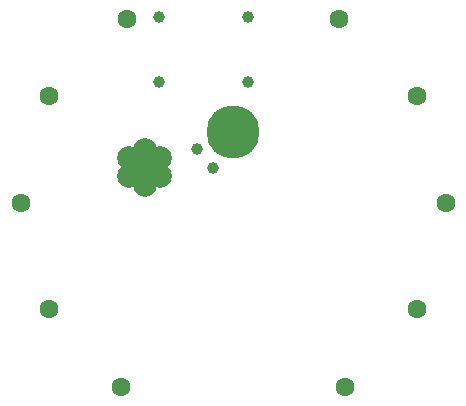
<source format=gts>
%TF.GenerationSoftware,KiCad,Pcbnew,8.0.7*%
%TF.CreationDate,2024-12-04T21:31:05-06:00*%
%TF.ProjectId,b2,62322e6b-6963-4616-945f-706362585858,rev?*%
%TF.SameCoordinates,Original*%
%TF.FileFunction,Soldermask,Top*%
%TF.FilePolarity,Negative*%
%FSLAX46Y46*%
G04 Gerber Fmt 4.6, Leading zero omitted, Abs format (unit mm)*
G04 Created by KiCad (PCBNEW 8.0.7) date 2024-12-04 21:31:05*
%MOMM*%
%LPD*%
G01*
G04 APERTURE LIST*
%ADD10C,4.500000*%
%ADD11C,1.000000*%
%ADD12C,1.600000*%
%ADD13C,2.000000*%
G04 APERTURE END LIST*
D10*
%TO.C,T1*%
X100000000Y-44000000D03*
%TD*%
D11*
%TO.C,T21*%
X93750000Y-34250000D03*
%TD*%
D12*
%TO.C,T18*%
X90500000Y-65588457D03*
%TD*%
%TO.C,T16*%
X109500000Y-65588457D03*
%TD*%
%TO.C,T20*%
X82000000Y-50000000D03*
%TD*%
D13*
%TO.C,T51*%
X92500000Y-45500000D03*
%TD*%
D12*
%TO.C,T19*%
X84411542Y-59000000D03*
%TD*%
D13*
%TO.C,T53*%
X93799038Y-47750000D03*
%TD*%
D11*
%TO.C,T21*%
X96950000Y-45450000D03*
%TD*%
D12*
%TO.C,T21*%
X84411542Y-41000000D03*
%TD*%
D13*
%TO.C,T54*%
X92500000Y-48500000D03*
%TD*%
D11*
%TO.C,T21*%
X101250000Y-39750000D03*
%TD*%
D13*
%TO.C,T52*%
X93799038Y-46250000D03*
%TD*%
D12*
%TO.C,T13*%
X115588457Y-41000000D03*
%TD*%
%TO.C,T22*%
X91000000Y-34411542D03*
%TD*%
D13*
%TO.C,T56*%
X91200961Y-46250000D03*
%TD*%
D11*
%TO.C,T21*%
X93750000Y-39750000D03*
%TD*%
D12*
%TO.C,T14*%
X118000000Y-50000000D03*
%TD*%
%TO.C,T15*%
X115588457Y-59000000D03*
%TD*%
D13*
%TO.C,T51*%
X92500000Y-47000000D03*
%TD*%
D12*
%TO.C,T12*%
X109000000Y-34411542D03*
%TD*%
D11*
%TO.C,T21*%
X101250000Y-34250000D03*
%TD*%
%TO.C,T21*%
X98275000Y-47050000D03*
%TD*%
D13*
%TO.C,T55*%
X91200961Y-47750000D03*
%TD*%
M02*

</source>
